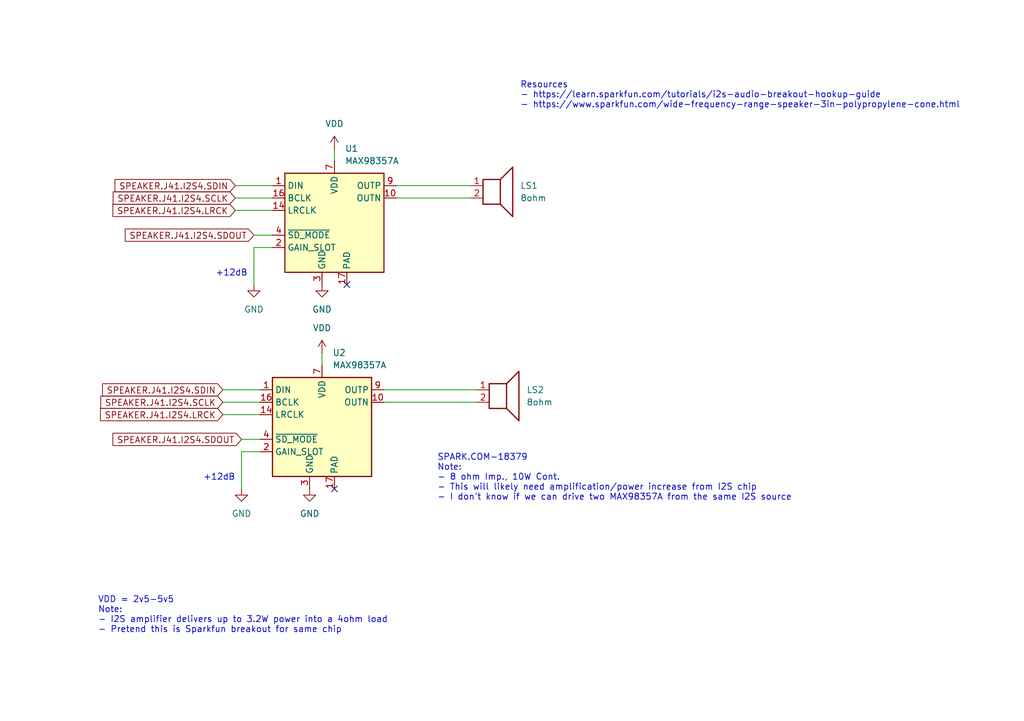
<source format=kicad_sch>
(kicad_sch (version 20250114) (generator "eeschema") (generator_version "9.0")
  (paper "A5")
  (title_block (title "Speaker System") (rev "1") (company "Alexander Adranly"))
  (lib_symbols
    (symbol "Audio:MAX98357A"
      (property "Reference" "U" (at -8.89 11.43 0))
      (property "Value" "MAX98357A" (at 10.16 11.43 0))
      (symbol "MAX98357A_1_1"
        (rectangle (start -10.16 10.16) (end 10.16 -10.16) (stroke (width 0.254)) (fill (type background)))
        (pin input line (at -12.7 7.62 0) (length 2.54) (name "DIN") (number "1"))
        (pin input line (at -12.7 5.08 0) (length 2.54) (name "BCLK") (number "16"))
        (pin input line (at -12.7 2.54 0) (length 2.54) (name "LRCLK") (number "14"))
        (pin input line (at -12.7 -2.54 0) (length 2.54) (name "~{SD_MODE}") (number "4"))
        (pin passive line (at -12.7 -5.08 0) (length 2.54) (name "GAIN_SLOT") (number "2"))
        (pin passive line (at -2.54 -12.7 90) (length 2.54) (hide yes) (name "GND") (number "11"))
        (pin passive line (at -2.54 -12.7 90) (length 2.54) (hide yes) (name "GND") (number "15"))
        (pin power_in line (at -2.54 -12.7 90) (length 2.54) (name "GND") (number "3"))
        (pin power_in line (at 0 12.7 270) (length 2.54) (name "VDD") (number "7"))
        (pin passive line (at 0 12.7 270) (length 2.54) (hide yes) (name "VDD") (number "8"))
        (pin unspecified line (at 2.54 -12.7 90) (length 2.54) (name "PAD") (number "17"))
        (pin no_connect line (at 10.16 2.54 180) (length 2.54) (hide yes) (name "NC") (number "5"))
        (pin no_connect line (at 10.16 0 180) (length 2.54) (hide yes) (name "NC") (number "6"))
        (pin no_connect line (at 10.16 -5.08 180) (length 2.54) (hide yes) (name "NC") (number "12"))
        (pin no_connect line (at 10.16 -7.62 180) (length 2.54) (hide yes) (name "NC") (number "13"))
        (pin output line (at 12.7 7.62 180) (length 2.54) (name "OUTP") (number "9"))
        (pin output line (at 12.7 5.08 180) (length 2.54) (name "OUTN") (number "10"))
      )
    )
    (symbol "Device:Speaker" (pin_names (offset 0) (hide yes))
      (property "Reference" "LS" (at 1.27 5.715 0))
      (property "Value" "Speaker" (at 1.27 3.81 0))
      (symbol "Speaker_0_0"
        (rectangle (start -2.54 1.27) (end 1.016 -3.81) (stroke (width 0.254)))
        (polyline (pts (xy 1.016 1.27) (xy 3.556 3.81) (xy 3.556 -6.35) (xy 1.016 -3.81)) (stroke (width 0.254)))
      )
      (symbol "Speaker_1_1"
        (pin input line (at -5.08 0 0) (length 2.54) (name "1") (number "1"))
        (pin input line (at -5.08 -2.54 0) (length 2.54) (name "2") (number "2"))
      )
    )
    (symbol "power:GND" (power) (pin_numbers (hide yes)) (pin_names (offset 0) (hide yes))
      (property "Value" "GND" (at 0 -3.81 0))
      (symbol "GND_0_1"
        (polyline (pts (xy 0 0) (xy 0 -1.27) (xy 1.27 -1.27) (xy 0 -2.54) (xy -1.27 -1.27) (xy 0 -1.27)))
      )
      (symbol "GND_1_1"
        (pin power_in line (at 0 0 270) (length 0) (name "~") (number "1"))
      )
    )
    (symbol "power:VCC" (power) (pin_numbers (hide yes)) (pin_names (offset 0) (hide yes))
      (property "Value" "VCC" (at 0 3.556 0))
      (symbol "VCC_0_1"
        (polyline (pts (xy -0.762 1.27) (xy 0 2.54)))
        (polyline (pts (xy 0 2.54) (xy 0.762 1.27)))
        (polyline (pts (xy 0 0) (xy 0 2.54)))
      )
      (symbol "VCC_1_1"
        (pin power_in line (at 0 0 90) (length 0) (name "~") (number "1"))
      )
    )
  )
  (text "+12dB" (at 47.498 56.134 0) (effects (font (size 1.27 1.27))))
  (text "SPARK.COM-18379\nNote:\n- 8 ohm Imp., 10W Cont.\n- This will likely need amplification/power increase from I2S chip\n- I don't know if we can drive two MAX98357A from the same I2S source" (at 89.662 98.044 0) (effects (font (size 1.27 1.27)) (justify left)))
  (text "Resources\n- https://learn.sparkfun.com/tutorials/i2s-audio-breakout-hookup-guide\n- https://www.sparkfun.com/wide-frequency-range-speaker-3in-polypropylene-cone.html" (at 106.68 19.558 0) (effects (font (size 1.27 1.27)) (justify left)))
  (text "+12dB" (at 44.958 98.044 0) (effects (font (size 1.27 1.27))))
  (text "VDD = 2v5-5v5\nNote: \n- I2S amplifier delivers up to 3.2W power into a 4ohm load\n- Pretend this is Sparkfun breakout for same chip" (at 20.066 126.238 0) (effects (font (size 1.27 1.27)) (justify left)))
  (no_connect (at 71.12 58.42))
  (no_connect (at 68.58 100.33))
  (wire (pts (xy 66.04 72.39) (xy 66.04 74.93)))
  (wire (pts (xy 52.07 50.8) (xy 52.07 58.42)))
  (wire (pts (xy 49.53 92.71) (xy 49.53 100.33)))
  (wire (pts (xy 49.53 90.17) (xy 53.34 90.17)))
  (wire (pts (xy 96.52 38.1) (xy 81.28 38.1)))
  (wire (pts (xy 97.79 82.55) (xy 78.74 82.55)))
  (wire (pts (xy 45.72 80.01) (xy 53.34 80.01)))
  (wire (pts (xy 45.72 82.55) (xy 53.34 82.55)))
  (wire (pts (xy 48.26 40.64) (xy 55.88 40.64)))
  (wire (pts (xy 52.07 48.26) (xy 55.88 48.26)))
  (wire (pts (xy 48.26 38.1) (xy 55.88 38.1)))
  (wire (pts (xy 48.26 43.18) (xy 55.88 43.18)))
  (wire (pts (xy 45.72 85.09) (xy 53.34 85.09)))
  (wire (pts (xy 68.58 30.48) (xy 68.58 33.02)))
  (wire (pts (xy 49.53 92.71) (xy 53.34 92.71)))
  (wire (pts (xy 97.79 80.01) (xy 78.74 80.01)))
  (wire (pts (xy 52.07 50.8) (xy 55.88 50.8)))
  (wire (pts (xy 96.52 40.64) (xy 81.28 40.64)))
  (global_label "SPEAKER.J41.I2S4.SCLK" (shape input) (at 45.72 82.55 180) (property "Intersheetrefs" "${INTERSHEET_REFS}" (effects (hide yes))))
  (global_label "SPEAKER.J41.I2S4.SDOUT" (shape input) (at 49.53 90.17 180) (property "Intersheetrefs" "${INTERSHEET_REFS}" (effects (hide yes))))
  (global_label "SPEAKER.J41.I2S4.LRCK" (shape input) (at 45.72 85.09 180) (property "Intersheetrefs" "${INTERSHEET_REFS}" (effects (hide yes))))
  (global_label "SPEAKER.J41.I2S4.SDIN" (shape input) (at 48.26 38.1 180) (property "Intersheetrefs" "${INTERSHEET_REFS}" (effects (hide yes))))
  (global_label "SPEAKER.J41.I2S4.LRCK" (shape input) (at 48.26 43.18 180) (property "Intersheetrefs" "${INTERSHEET_REFS}" (effects (hide yes))))
  (global_label "SPEAKER.J41.I2S4.SCLK" (shape input) (at 48.26 40.64 180) (property "Intersheetrefs" "${INTERSHEET_REFS}" (effects (hide yes))))
  (global_label "SPEAKER.J41.I2S4.SDOUT" (shape input) (at 52.07 48.26 180) (property "Intersheetrefs" "${INTERSHEET_REFS}" (effects (hide yes))))
  (global_label "SPEAKER.J41.I2S4.SDIN" (shape input) (at 45.72 80.01 180) (property "Intersheetrefs" "${INTERSHEET_REFS}" (effects (hide yes))))
  (symbol (lib_id "power:VCC") (at 68.58 30.48 0) (unit 1)
    (property "Reference" "#PWR04" (effects (hide yes)))
    (property "Value" "VDD" (at 68.58 25.4 0))
    (property "Description" "Power symbol creates a global label with name \"VCC\"" (effects (hide yes)))
  )
  (symbol (lib_id "Audio:MAX98357A") (at 68.58 45.72 0) (unit 1)
    (property "Reference" "U1" (at 70.7233 30.48 0) (effects (justify left)))
    (property "Value" "MAX98357A" (at 70.7233 33.02 0) (effects (justify left)))
    (property "Footprint" "Package_DFN_QFN:TQFN-16-1EP_3x3mm_P0.5mm_EP1.23x1.23mm" (effects (hide yes)))
    (property "Datasheet" "https://www.analog.com/media/en/technical-documentation/data-sheets/MAX98357A-MAX98357B.pdf" (effects (hide yes)))
    (property "Description" "Mono DAC with amplifier, I2S, PCM, TDM, 32-bit, 96khz, 3.2W, TQFP-16" (effects (hide yes)))
  )
  (symbol (lib_id "power:VCC") (at 66.04 72.39 0) (unit 1)
    (property "Reference" "#PWR06" (effects (hide yes)))
    (property "Value" "VDD" (at 66.04 67.31 0))
    (property "Description" "Power symbol creates a global label with name \"VCC\"" (effects (hide yes)))
  )
  (symbol (lib_id "Audio:MAX98357A") (at 66.04 87.63 0) (unit 1)
    (property "Reference" "U2" (at 68.1833 72.39 0) (effects (justify left)))
    (property "Value" "MAX98357A" (at 68.1833 74.93 0) (effects (justify left)))
    (property "Footprint" "Package_DFN_QFN:TQFN-16-1EP_3x3mm_P0.5mm_EP1.23x1.23mm" (effects (hide yes)))
    (property "Datasheet" "https://www.analog.com/media/en/technical-documentation/data-sheets/MAX98357A-MAX98357B.pdf" (effects (hide yes)))
    (property "Description" "Mono DAC with amplifier, I2S, PCM, TDM, 32-bit, 96khz, 3.2W, TQFP-16" (effects (hide yes)))
  )
  (symbol (lib_id "power:GND") (at 63.5 100.33 0) (unit 1)
    (property "Reference" "#PWR05" (effects (hide yes)))
    (property "Value" "GND" (at 63.5 105.41 0))
    (property "Description" "Power symbol creates a global label with name \"GND\" , ground" (effects (hide yes)))
  )
  (symbol (lib_id "power:GND") (at 52.07 58.42 0) (unit 1)
    (property "Reference" "#PWR07" (effects (hide yes)))
    (property "Value" "GND" (at 52.07 63.5 0))
    (property "Description" "Power symbol creates a global label with name \"GND\" , ground" (effects (hide yes)))
  )
  (symbol (lib_id "Device:Speaker") (at 102.87 80.01 0) (unit 1)
    (property "Reference" "LS2" (at 107.95 80.0099 0) (effects (justify left)))
    (property "Value" "8ohm" (at 107.95 82.5499 0) (effects (justify left)))
    (property "Description" "Speaker" (effects (hide yes)))
  )
  (symbol (lib_id "power:GND") (at 49.53 100.33 0) (unit 1)
    (property "Reference" "#PWR08" (effects (hide yes)))
    (property "Value" "GND" (at 49.53 105.41 0))
    (property "Description" "Power symbol creates a global label with name \"GND\" , ground" (effects (hide yes)))
  )
  (symbol (lib_id "Device:Speaker") (at 101.6 38.1 0) (unit 1)
    (property "Reference" "LS1" (at 106.68 38.0999 0) (effects (justify left)))
    (property "Value" "8ohm" (at 106.68 40.6399 0) (effects (justify left)))
    (property "Description" "Speaker" (effects (hide yes)))
  )
  (symbol (lib_id "power:GND") (at 66.04 58.42 0) (unit 1)
    (property "Reference" "#PWR03" (effects (hide yes)))
    (property "Value" "GND" (at 66.04 63.5 0))
    (property "Description" "Power symbol creates a global label with name \"GND\" , ground" (effects (hide yes)))
  )
)
</source>
